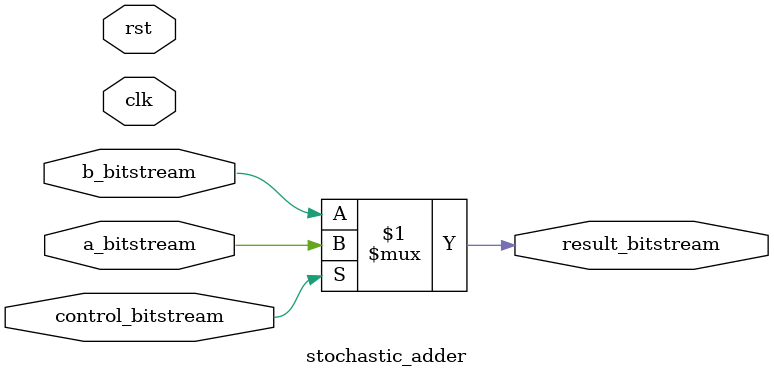
<source format=v>
`timescale 1ns / 1ps

module stochastic_adder (
    input wire clk,
    input wire rst,
    input wire control_bitstream,  // P(control=1) = scaling factor
    input wire a_bitstream,
    input wire b_bitstream,
    output wire result_bitstream
);

    // MUX: if control=1, output a; else output b
    // P(result=1) = P(control=1)*P(a=1) + P(control=0)*P(b=1)
    assign result_bitstream = control_bitstream ? a_bitstream : b_bitstream;

endmodule
</source>
